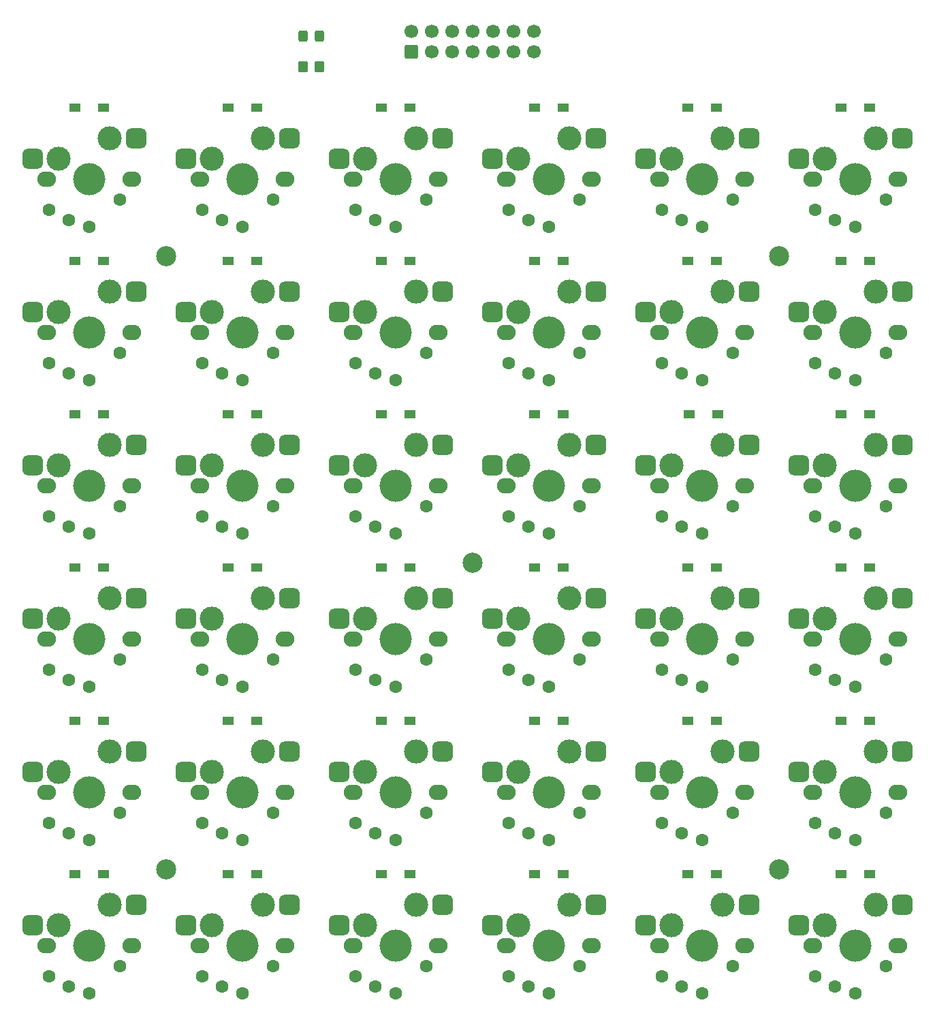
<source format=gbs>
%TF.GenerationSoftware,KiCad,Pcbnew,(6.0.5-0)*%
%TF.CreationDate,2022-06-17T10:00:46+08:00*%
%TF.ProjectId,Pragmatic,50726167-6d61-4746-9963-2e6b69636164,3*%
%TF.SameCoordinates,PX9157080PY3680a30*%
%TF.FileFunction,Soldermask,Bot*%
%TF.FilePolarity,Negative*%
%FSLAX46Y46*%
G04 Gerber Fmt 4.6, Leading zero omitted, Abs format (unit mm)*
G04 Created by KiCad (PCBNEW (6.0.5-0)) date 2022-06-17 10:00:46*
%MOMM*%
%LPD*%
G01*
G04 APERTURE LIST*
G04 Aperture macros list*
%AMRoundRect*
0 Rectangle with rounded corners*
0 $1 Rounding radius*
0 $2 $3 $4 $5 $6 $7 $8 $9 X,Y pos of 4 corners*
0 Add a 4 corners polygon primitive as box body*
4,1,4,$2,$3,$4,$5,$6,$7,$8,$9,$2,$3,0*
0 Add four circle primitives for the rounded corners*
1,1,$1+$1,$2,$3*
1,1,$1+$1,$4,$5*
1,1,$1+$1,$6,$7*
1,1,$1+$1,$8,$9*
0 Add four rect primitives between the rounded corners*
20,1,$1+$1,$2,$3,$4,$5,0*
20,1,$1+$1,$4,$5,$6,$7,0*
20,1,$1+$1,$6,$7,$8,$9,0*
20,1,$1+$1,$8,$9,$2,$3,0*%
G04 Aperture macros list end*
%ADD10C,1.900000*%
%ADD11C,3.000000*%
%ADD12C,4.000000*%
%ADD13C,1.600000*%
%ADD14RoundRect,0.625000X0.650000X0.625000X-0.650000X0.625000X-0.650000X-0.625000X0.650000X-0.625000X0*%
%ADD15C,2.500000*%
%ADD16RoundRect,0.250000X0.600000X-0.600000X0.600000X0.600000X-0.600000X0.600000X-0.600000X-0.600000X0*%
%ADD17C,1.700000*%
%ADD18R,1.400000X1.000000*%
%ADD19RoundRect,0.250000X0.325000X0.450000X-0.325000X0.450000X-0.325000X-0.450000X0.325000X-0.450000X0*%
%ADD20RoundRect,0.250000X0.350000X0.450000X-0.350000X0.450000X-0.350000X-0.450000X0.350000X-0.450000X0*%
G04 APERTURE END LIST*
D10*
X-89750000Y0D03*
D11*
X-92710000Y5080000D03*
D10*
X-100750000Y0D03*
X-100330000Y0D03*
D12*
X-95250000Y0D03*
D11*
X-99060000Y2540000D03*
D10*
X-90170000Y0D03*
D13*
X-100250000Y-3800000D03*
D14*
X-102335000Y2540000D03*
D13*
X-97790000Y-5080000D03*
X-91440000Y-2540000D03*
D14*
X-89408000Y5080000D03*
D13*
X-95250000Y-5900000D03*
D10*
X-89750000Y-19050000D03*
D11*
X-92710000Y-13970000D03*
D10*
X-100750000Y-19050000D03*
X-100330000Y-19050000D03*
D12*
X-95250000Y-19050000D03*
D11*
X-99060000Y-16510000D03*
D10*
X-90170000Y-19050000D03*
D13*
X-100250000Y-22850000D03*
D14*
X-102335000Y-16510000D03*
D13*
X-97790000Y-24130000D03*
X-91440000Y-21590000D03*
D14*
X-89408000Y-13970000D03*
D13*
X-95250000Y-24950000D03*
D10*
X-70700000Y-19050000D03*
D11*
X-73660000Y-13970000D03*
D10*
X-81700000Y-19050000D03*
X-81280000Y-19050000D03*
D12*
X-76200000Y-19050000D03*
D11*
X-80010000Y-16510000D03*
D10*
X-71120000Y-19050000D03*
D13*
X-81200000Y-22850000D03*
D14*
X-83285000Y-16510000D03*
D13*
X-78740000Y-24130000D03*
X-72390000Y-21590000D03*
D14*
X-70358000Y-13970000D03*
D13*
X-76200000Y-24950000D03*
D10*
X-70700000Y0D03*
D11*
X-73660000Y5080000D03*
D10*
X-81700000Y0D03*
X-81280000Y0D03*
D12*
X-76200000Y0D03*
D11*
X-80010000Y2540000D03*
D10*
X-71120000Y0D03*
D13*
X-81200000Y-3800000D03*
D14*
X-83285000Y2540000D03*
D13*
X-78740000Y-5080000D03*
X-72390000Y-2540000D03*
D14*
X-70358000Y5080000D03*
D13*
X-76200000Y-5900000D03*
D10*
X-51650000Y0D03*
D11*
X-54610000Y5080000D03*
D10*
X-62650000Y0D03*
X-62230000Y0D03*
D12*
X-57150000Y0D03*
D11*
X-60960000Y2540000D03*
D10*
X-52070000Y0D03*
D13*
X-62150000Y-3800000D03*
D14*
X-64235000Y2540000D03*
D13*
X-59690000Y-5080000D03*
X-53340000Y-2540000D03*
D14*
X-51308000Y5080000D03*
D13*
X-57150000Y-5900000D03*
D10*
X-32600000Y0D03*
D11*
X-35560000Y5080000D03*
D10*
X-43600000Y0D03*
X-43180000Y0D03*
D12*
X-38100000Y0D03*
D11*
X-41910000Y2540000D03*
D10*
X-33020000Y0D03*
D13*
X-43100000Y-3800000D03*
D14*
X-45185000Y2540000D03*
D13*
X-40640000Y-5080000D03*
X-34290000Y-2540000D03*
D14*
X-32258000Y5080000D03*
D13*
X-38100000Y-5900000D03*
D10*
X-13550000Y0D03*
D11*
X-16510000Y5080000D03*
D10*
X-24550000Y0D03*
X-24130000Y0D03*
D12*
X-19050000Y0D03*
D11*
X-22860000Y2540000D03*
D10*
X-13970000Y0D03*
D13*
X-24050000Y-3800000D03*
D14*
X-26135000Y2540000D03*
D13*
X-21590000Y-5080000D03*
X-15240000Y-2540000D03*
D14*
X-13208000Y5080000D03*
D13*
X-19050000Y-5900000D03*
D10*
X5500000Y0D03*
D11*
X2540000Y5080000D03*
D10*
X-5500000Y0D03*
X-5080000Y0D03*
D12*
X0Y0D03*
D11*
X-3810000Y2540000D03*
D10*
X5080000Y0D03*
D13*
X-5000000Y-3800000D03*
D14*
X-7085000Y2540000D03*
D13*
X-2540000Y-5080000D03*
X3810000Y-2540000D03*
D14*
X5842000Y5080000D03*
D13*
X0Y-5900000D03*
D10*
X-51650000Y-19050000D03*
D11*
X-54610000Y-13970000D03*
D10*
X-62650000Y-19050000D03*
X-62230000Y-19050000D03*
D12*
X-57150000Y-19050000D03*
D11*
X-60960000Y-16510000D03*
D10*
X-52070000Y-19050000D03*
D13*
X-62150000Y-22850000D03*
D14*
X-64235000Y-16510000D03*
D13*
X-59690000Y-24130000D03*
X-53340000Y-21590000D03*
D14*
X-51308000Y-13970000D03*
D13*
X-57150000Y-24950000D03*
D10*
X-32600000Y-19050000D03*
D11*
X-35560000Y-13970000D03*
D10*
X-43600000Y-19050000D03*
X-43180000Y-19050000D03*
D12*
X-38100000Y-19050000D03*
D11*
X-41910000Y-16510000D03*
D10*
X-33020000Y-19050000D03*
D13*
X-43100000Y-22850000D03*
D14*
X-45185000Y-16510000D03*
D13*
X-40640000Y-24130000D03*
X-34290000Y-21590000D03*
D14*
X-32258000Y-13970000D03*
D13*
X-38100000Y-24950000D03*
D10*
X-13550000Y-19050000D03*
D11*
X-16510000Y-13970000D03*
D10*
X-24550000Y-19050000D03*
X-24130000Y-19050000D03*
D12*
X-19050000Y-19050000D03*
D11*
X-22860000Y-16510000D03*
D10*
X-13970000Y-19050000D03*
D13*
X-24050000Y-22850000D03*
D14*
X-26135000Y-16510000D03*
D13*
X-21590000Y-24130000D03*
X-15240000Y-21590000D03*
D14*
X-13208000Y-13970000D03*
D13*
X-19050000Y-24950000D03*
D10*
X5500000Y-19050000D03*
D11*
X2540000Y-13970000D03*
D10*
X-5500000Y-19050000D03*
X-5080000Y-19050000D03*
D12*
X0Y-19050000D03*
D11*
X-3810000Y-16510000D03*
D10*
X5080000Y-19050000D03*
D13*
X-5000000Y-22850000D03*
D14*
X-7085000Y-16510000D03*
D13*
X-2540000Y-24130000D03*
X3810000Y-21590000D03*
D14*
X5842000Y-13970000D03*
D13*
X0Y-24950000D03*
D10*
X-89750000Y-38100000D03*
D11*
X-92710000Y-33020000D03*
D10*
X-100750000Y-38100000D03*
X-100330000Y-38100000D03*
D12*
X-95250000Y-38100000D03*
D11*
X-99060000Y-35560000D03*
D10*
X-90170000Y-38100000D03*
D13*
X-100250000Y-41900000D03*
D14*
X-102335000Y-35560000D03*
D13*
X-97790000Y-43180000D03*
X-91440000Y-40640000D03*
D14*
X-89408000Y-33020000D03*
D13*
X-95250000Y-44000000D03*
D10*
X-70700000Y-38100000D03*
D11*
X-73660000Y-33020000D03*
D10*
X-81700000Y-38100000D03*
X-81280000Y-38100000D03*
D12*
X-76200000Y-38100000D03*
D11*
X-80010000Y-35560000D03*
D10*
X-71120000Y-38100000D03*
D13*
X-81200000Y-41900000D03*
D14*
X-83285000Y-35560000D03*
D13*
X-78740000Y-43180000D03*
X-72390000Y-40640000D03*
D14*
X-70358000Y-33020000D03*
D13*
X-76200000Y-44000000D03*
D10*
X-51650000Y-38100000D03*
D11*
X-54610000Y-33020000D03*
D10*
X-62650000Y-38100000D03*
X-62230000Y-38100000D03*
D12*
X-57150000Y-38100000D03*
D11*
X-60960000Y-35560000D03*
D10*
X-52070000Y-38100000D03*
D13*
X-62150000Y-41900000D03*
D14*
X-64235000Y-35560000D03*
D13*
X-59690000Y-43180000D03*
X-53340000Y-40640000D03*
D14*
X-51308000Y-33020000D03*
D13*
X-57150000Y-44000000D03*
D10*
X-32600000Y-38100000D03*
D11*
X-35560000Y-33020000D03*
D10*
X-43600000Y-38100000D03*
X-43180000Y-38100000D03*
D12*
X-38100000Y-38100000D03*
D11*
X-41910000Y-35560000D03*
D10*
X-33020000Y-38100000D03*
D13*
X-43100000Y-41900000D03*
D14*
X-45185000Y-35560000D03*
D13*
X-40640000Y-43180000D03*
X-34290000Y-40640000D03*
D14*
X-32258000Y-33020000D03*
D13*
X-38100000Y-44000000D03*
D10*
X-13550000Y-38100000D03*
D11*
X-16510000Y-33020000D03*
D10*
X-24550000Y-38100000D03*
X-24130000Y-38100000D03*
D12*
X-19050000Y-38100000D03*
D11*
X-22860000Y-35560000D03*
D10*
X-13970000Y-38100000D03*
D13*
X-24050000Y-41900000D03*
D14*
X-26135000Y-35560000D03*
D13*
X-21590000Y-43180000D03*
X-15240000Y-40640000D03*
D14*
X-13208000Y-33020000D03*
D13*
X-19050000Y-44000000D03*
D10*
X5500000Y-38100000D03*
D11*
X2540000Y-33020000D03*
D10*
X-5500000Y-38100000D03*
X-5080000Y-38100000D03*
D12*
X0Y-38100000D03*
D11*
X-3810000Y-35560000D03*
D10*
X5080000Y-38100000D03*
D13*
X-5000000Y-41900000D03*
D14*
X-7085000Y-35560000D03*
D13*
X-2540000Y-43180000D03*
X3810000Y-40640000D03*
D14*
X5842000Y-33020000D03*
D13*
X0Y-44000000D03*
D10*
X-89750000Y-57150000D03*
D11*
X-92710000Y-52070000D03*
D10*
X-100750000Y-57150000D03*
X-100330000Y-57150000D03*
D12*
X-95250000Y-57150000D03*
D11*
X-99060000Y-54610000D03*
D10*
X-90170000Y-57150000D03*
D13*
X-100250000Y-60950000D03*
D14*
X-102335000Y-54610000D03*
D13*
X-97790000Y-62230000D03*
X-91440000Y-59690000D03*
D14*
X-89408000Y-52070000D03*
D13*
X-95250000Y-63050000D03*
D10*
X-70700000Y-57150000D03*
D11*
X-73660000Y-52070000D03*
D10*
X-81700000Y-57150000D03*
X-81280000Y-57150000D03*
D12*
X-76200000Y-57150000D03*
D11*
X-80010000Y-54610000D03*
D10*
X-71120000Y-57150000D03*
D13*
X-81200000Y-60950000D03*
D14*
X-83285000Y-54610000D03*
D13*
X-78740000Y-62230000D03*
X-72390000Y-59690000D03*
D14*
X-70358000Y-52070000D03*
D13*
X-76200000Y-63050000D03*
D10*
X-51650000Y-57150000D03*
D11*
X-54610000Y-52070000D03*
D10*
X-62650000Y-57150000D03*
X-62230000Y-57150000D03*
D12*
X-57150000Y-57150000D03*
D11*
X-60960000Y-54610000D03*
D10*
X-52070000Y-57150000D03*
D13*
X-62150000Y-60950000D03*
D14*
X-64235000Y-54610000D03*
D13*
X-59690000Y-62230000D03*
X-53340000Y-59690000D03*
D14*
X-51308000Y-52070000D03*
D13*
X-57150000Y-63050000D03*
D10*
X-32600000Y-57150000D03*
D11*
X-35560000Y-52070000D03*
D10*
X-43600000Y-57150000D03*
X-43180000Y-57150000D03*
D12*
X-38100000Y-57150000D03*
D11*
X-41910000Y-54610000D03*
D10*
X-33020000Y-57150000D03*
D13*
X-43100000Y-60950000D03*
D14*
X-45185000Y-54610000D03*
D13*
X-40640000Y-62230000D03*
X-34290000Y-59690000D03*
D14*
X-32258000Y-52070000D03*
D13*
X-38100000Y-63050000D03*
D10*
X-13550000Y-57150000D03*
D11*
X-16510000Y-52070000D03*
D10*
X-24550000Y-57150000D03*
X-24130000Y-57150000D03*
D12*
X-19050000Y-57150000D03*
D11*
X-22860000Y-54610000D03*
D10*
X-13970000Y-57150000D03*
D13*
X-24050000Y-60950000D03*
D14*
X-26135000Y-54610000D03*
D13*
X-21590000Y-62230000D03*
X-15240000Y-59690000D03*
D14*
X-13208000Y-52070000D03*
D13*
X-19050000Y-63050000D03*
D10*
X5500000Y-57150000D03*
D11*
X2540000Y-52070000D03*
D10*
X-5500000Y-57150000D03*
X-5080000Y-57150000D03*
D12*
X0Y-57150000D03*
D11*
X-3810000Y-54610000D03*
D10*
X5080000Y-57150000D03*
D13*
X-5000000Y-60950000D03*
D14*
X-7085000Y-54610000D03*
D13*
X-2540000Y-62230000D03*
X3810000Y-59690000D03*
D14*
X5842000Y-52070000D03*
D13*
X0Y-63050000D03*
D10*
X-89750000Y-76200000D03*
D11*
X-92710000Y-71120000D03*
D10*
X-100750000Y-76200000D03*
X-100330000Y-76200000D03*
D12*
X-95250000Y-76200000D03*
D11*
X-99060000Y-73660000D03*
D10*
X-90170000Y-76200000D03*
D13*
X-100250000Y-80000000D03*
D14*
X-102335000Y-73660000D03*
D13*
X-97790000Y-81280000D03*
X-91440000Y-78740000D03*
D14*
X-89408000Y-71120000D03*
D13*
X-95250000Y-82100000D03*
D10*
X-70700000Y-76200000D03*
D11*
X-73660000Y-71120000D03*
D10*
X-81700000Y-76200000D03*
X-81280000Y-76200000D03*
D12*
X-76200000Y-76200000D03*
D11*
X-80010000Y-73660000D03*
D10*
X-71120000Y-76200000D03*
D13*
X-81200000Y-80000000D03*
D14*
X-83285000Y-73660000D03*
D13*
X-78740000Y-81280000D03*
X-72390000Y-78740000D03*
D14*
X-70358000Y-71120000D03*
D13*
X-76200000Y-82100000D03*
D10*
X-51650000Y-76200000D03*
D11*
X-54610000Y-71120000D03*
D10*
X-62650000Y-76200000D03*
X-62230000Y-76200000D03*
D12*
X-57150000Y-76200000D03*
D11*
X-60960000Y-73660000D03*
D10*
X-52070000Y-76200000D03*
D13*
X-62150000Y-80000000D03*
D14*
X-64235000Y-73660000D03*
D13*
X-59690000Y-81280000D03*
X-53340000Y-78740000D03*
D14*
X-51308000Y-71120000D03*
D13*
X-57150000Y-82100000D03*
D10*
X-32600000Y-76200000D03*
D11*
X-35560000Y-71120000D03*
D10*
X-43600000Y-76200000D03*
X-43180000Y-76200000D03*
D12*
X-38100000Y-76200000D03*
D11*
X-41910000Y-73660000D03*
D10*
X-33020000Y-76200000D03*
D13*
X-43100000Y-80000000D03*
D14*
X-45185000Y-73660000D03*
D13*
X-40640000Y-81280000D03*
X-34290000Y-78740000D03*
D14*
X-32258000Y-71120000D03*
D13*
X-38100000Y-82100000D03*
D10*
X-13550000Y-76200000D03*
D11*
X-16510000Y-71120000D03*
D10*
X-24550000Y-76200000D03*
X-24130000Y-76200000D03*
D12*
X-19050000Y-76200000D03*
D11*
X-22860000Y-73660000D03*
D10*
X-13970000Y-76200000D03*
D13*
X-24050000Y-80000000D03*
D14*
X-26135000Y-73660000D03*
D13*
X-21590000Y-81280000D03*
X-15240000Y-78740000D03*
D14*
X-13208000Y-71120000D03*
D13*
X-19050000Y-82100000D03*
D10*
X5500000Y-76200000D03*
D11*
X2540000Y-71120000D03*
D10*
X-5500000Y-76200000D03*
X-5080000Y-76200000D03*
D12*
X0Y-76200000D03*
D11*
X-3810000Y-73660000D03*
D10*
X5080000Y-76200000D03*
D13*
X-5000000Y-80000000D03*
D14*
X-7085000Y-73660000D03*
D13*
X-2540000Y-81280000D03*
X3810000Y-78740000D03*
D14*
X5842000Y-71120000D03*
D13*
X0Y-82100000D03*
D10*
X-89750000Y-95250000D03*
D11*
X-92710000Y-90170000D03*
D10*
X-100750000Y-95250000D03*
X-100330000Y-95250000D03*
D12*
X-95250000Y-95250000D03*
D11*
X-99060000Y-92710000D03*
D10*
X-90170000Y-95250000D03*
D13*
X-100250000Y-99050000D03*
D14*
X-102335000Y-92710000D03*
D13*
X-97790000Y-100330000D03*
X-91440000Y-97790000D03*
D14*
X-89408000Y-90170000D03*
D13*
X-95250000Y-101150000D03*
D10*
X-70700000Y-95250000D03*
D11*
X-73660000Y-90170000D03*
D10*
X-81700000Y-95250000D03*
X-81280000Y-95250000D03*
D12*
X-76200000Y-95250000D03*
D11*
X-80010000Y-92710000D03*
D10*
X-71120000Y-95250000D03*
D13*
X-81200000Y-99050000D03*
D14*
X-83285000Y-92710000D03*
D13*
X-78740000Y-100330000D03*
X-72390000Y-97790000D03*
D14*
X-70358000Y-90170000D03*
D13*
X-76200000Y-101150000D03*
D10*
X-51650000Y-95250000D03*
D11*
X-54610000Y-90170000D03*
D10*
X-62650000Y-95250000D03*
X-62230000Y-95250000D03*
D12*
X-57150000Y-95250000D03*
D11*
X-60960000Y-92710000D03*
D10*
X-52070000Y-95250000D03*
D13*
X-62150000Y-99050000D03*
D14*
X-64235000Y-92710000D03*
D13*
X-59690000Y-100330000D03*
X-53340000Y-97790000D03*
D14*
X-51308000Y-90170000D03*
D13*
X-57150000Y-101150000D03*
D10*
X-32600000Y-95250000D03*
D11*
X-35560000Y-90170000D03*
D10*
X-43600000Y-95250000D03*
X-43180000Y-95250000D03*
D12*
X-38100000Y-95250000D03*
D11*
X-41910000Y-92710000D03*
D10*
X-33020000Y-95250000D03*
D13*
X-43100000Y-99050000D03*
D14*
X-45185000Y-92710000D03*
D13*
X-40640000Y-100330000D03*
X-34290000Y-97790000D03*
D14*
X-32258000Y-90170000D03*
D13*
X-38100000Y-101150000D03*
D10*
X-13550000Y-95250000D03*
D11*
X-16510000Y-90170000D03*
D10*
X-24550000Y-95250000D03*
X-24130000Y-95250000D03*
D12*
X-19050000Y-95250000D03*
D11*
X-22860000Y-92710000D03*
D10*
X-13970000Y-95250000D03*
D13*
X-24050000Y-99050000D03*
D14*
X-26135000Y-92710000D03*
D13*
X-21590000Y-100330000D03*
X-15240000Y-97790000D03*
D14*
X-13208000Y-90170000D03*
D13*
X-19050000Y-101150000D03*
D10*
X5500000Y-95250000D03*
D11*
X2540000Y-90170000D03*
D10*
X-5500000Y-95250000D03*
X-5080000Y-95250000D03*
D12*
X0Y-95250000D03*
D11*
X-3810000Y-92710000D03*
D10*
X5080000Y-95250000D03*
D13*
X-5000000Y-99050000D03*
D14*
X-7085000Y-92710000D03*
D13*
X-2540000Y-100330000D03*
X3810000Y-97790000D03*
D14*
X5842000Y-90170000D03*
D13*
X0Y-101150000D03*
D15*
X-47625000Y-47625000D03*
X-85725000Y-9525000D03*
X-85725000Y-85725000D03*
X-9525000Y-9525000D03*
X-9525000Y-85725000D03*
D16*
X-55245000Y15875000D03*
D17*
X-55245000Y18415000D03*
X-52705000Y15875000D03*
X-52705000Y18415000D03*
X-50165000Y15875000D03*
X-50165000Y18415000D03*
X-47625000Y15875000D03*
X-47625000Y18415000D03*
X-45085000Y15875000D03*
X-45085000Y18415000D03*
X-42545000Y15875000D03*
X-42545000Y18415000D03*
X-40005000Y15875000D03*
X-40005000Y18415000D03*
D18*
X-93475000Y8890000D03*
X-97025000Y8890000D03*
X-93475000Y-10160000D03*
X-97025000Y-10160000D03*
X-74425000Y-10160000D03*
X-77975000Y-10160000D03*
X-74425000Y8890000D03*
X-77975000Y8890000D03*
X-55375000Y8890000D03*
X-58925000Y8890000D03*
X-36325000Y8890000D03*
X-39875000Y8890000D03*
X-17275000Y8890000D03*
X-20825000Y8890000D03*
X1775000Y8890000D03*
X-1775000Y8890000D03*
X-55375000Y-10160000D03*
X-58925000Y-10160000D03*
X-36325000Y-10160000D03*
X-39875000Y-10160000D03*
X-17275000Y-10160000D03*
X-20825000Y-10160000D03*
X1775000Y-10160000D03*
X-1775000Y-10160000D03*
X-93475000Y-29210000D03*
X-97025000Y-29210000D03*
X-74425000Y-29210000D03*
X-77975000Y-29210000D03*
X-55375000Y-29210000D03*
X-58925000Y-29210000D03*
X-36325000Y-29210000D03*
X-39875000Y-29210000D03*
X-17145000Y-29210000D03*
X-20695000Y-29210000D03*
X1775000Y-29210000D03*
X-1775000Y-29210000D03*
X-93475000Y-48260000D03*
X-97025000Y-48260000D03*
X-74425000Y-48260000D03*
X-77975000Y-48260000D03*
X-55375000Y-48260000D03*
X-58925000Y-48260000D03*
X-36325000Y-48260000D03*
X-39875000Y-48260000D03*
X-17275000Y-48260000D03*
X-20825000Y-48260000D03*
X1775000Y-48260000D03*
X-1775000Y-48260000D03*
X-93475000Y-67310000D03*
X-97025000Y-67310000D03*
X-74425000Y-67310000D03*
X-77975000Y-67310000D03*
X-55375000Y-67310000D03*
X-58925000Y-67310000D03*
X-36325000Y-67310000D03*
X-39875000Y-67310000D03*
X-17275000Y-67310000D03*
X-20825000Y-67310000D03*
X1775000Y-67310000D03*
X-1775000Y-67310000D03*
X-93475000Y-86360000D03*
X-97025000Y-86360000D03*
X-74425000Y-86360000D03*
X-77975000Y-86360000D03*
X-55375000Y-86360000D03*
X-58925000Y-86360000D03*
X-36325000Y-86360000D03*
X-39875000Y-86360000D03*
X-17275000Y-86360000D03*
X-20825000Y-86360000D03*
X1775000Y-86360000D03*
X-1775000Y-86360000D03*
D19*
X-66675000Y17780000D03*
X-68725000Y17780000D03*
D20*
X-66675000Y13970000D03*
X-68675000Y13970000D03*
M02*

</source>
